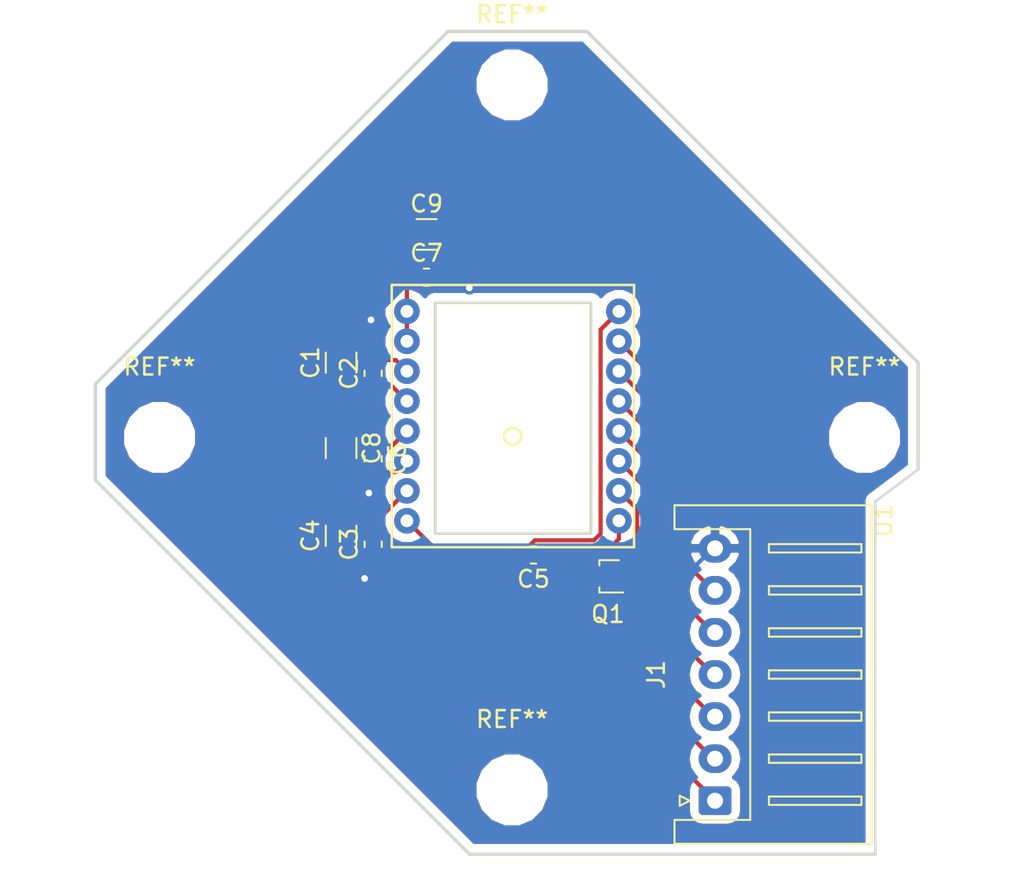
<source format=kicad_pcb>
(kicad_pcb (version 20171130) (host pcbnew 5.0.1)

  (general
    (thickness 1.6)
    (drawings 13)
    (tracks 121)
    (zones 0)
    (modules 16)
    (nets 12)
  )

  (page A4)
  (layers
    (0 F.Cu signal)
    (31 B.Cu signal)
    (32 B.Adhes user)
    (33 F.Adhes user)
    (34 B.Paste user)
    (35 F.Paste user)
    (36 B.SilkS user)
    (37 F.SilkS user)
    (38 B.Mask user)
    (39 F.Mask user)
    (40 Dwgs.User user)
    (41 Cmts.User user)
    (42 Eco1.User user)
    (43 Eco2.User user)
    (44 Edge.Cuts user)
    (45 Margin user)
    (46 B.CrtYd user)
    (47 F.CrtYd user)
    (48 B.Fab user)
    (49 F.Fab user)
  )

  (setup
    (last_trace_width 0.25)
    (trace_clearance 0.2)
    (zone_clearance 0.508)
    (zone_45_only no)
    (trace_min 0.2)
    (segment_width 0.2)
    (edge_width 0.15)
    (via_size 0.8)
    (via_drill 0.4)
    (via_min_size 0.4)
    (via_min_drill 0.3)
    (uvia_size 0.3)
    (uvia_drill 0.1)
    (uvias_allowed no)
    (uvia_min_size 0.2)
    (uvia_min_drill 0.1)
    (pcb_text_width 0.3)
    (pcb_text_size 1.5 1.5)
    (mod_edge_width 0.15)
    (mod_text_size 1 1)
    (mod_text_width 0.15)
    (pad_size 1.524 1.524)
    (pad_drill 0.762)
    (pad_to_mask_clearance 0.051)
    (solder_mask_min_width 0.25)
    (aux_axis_origin 0 0)
    (visible_elements FFFFFF7F)
    (pcbplotparams
      (layerselection 0x010fc_ffffffff)
      (usegerberextensions false)
      (usegerberattributes false)
      (usegerberadvancedattributes false)
      (creategerberjobfile false)
      (excludeedgelayer true)
      (linewidth 0.100000)
      (plotframeref false)
      (viasonmask false)
      (mode 1)
      (useauxorigin false)
      (hpglpennumber 1)
      (hpglpenspeed 20)
      (hpglpendiameter 15.000000)
      (psnegative false)
      (psa4output false)
      (plotreference true)
      (plotvalue true)
      (plotinvisibletext false)
      (padsonsilk false)
      (subtractmaskfromsilk false)
      (outputformat 1)
      (mirror false)
      (drillshape 1)
      (scaleselection 1)
      (outputdirectory ""))
  )

  (net 0 "")
  (net 1 GND)
  (net 2 +3V3)
  (net 3 "Net-(C5-Pad2)")
  (net 4 "Net-(C5-Pad1)")
  (net 5 "Net-(C6-Pad1)")
  (net 6 "Net-(Q1-Pad1)")
  (net 7 "Net-(J1-Pad6)")
  (net 8 "Net-(J1-Pad5)")
  (net 9 "Net-(J1-Pad4)")
  (net 10 "Net-(J1-Pad3)")
  (net 11 "Net-(J1-Pad2)")

  (net_class Default "This is the default net class."
    (clearance 0.2)
    (trace_width 0.25)
    (via_dia 0.8)
    (via_drill 0.4)
    (uvia_dia 0.3)
    (uvia_drill 0.1)
    (add_net +3V3)
    (add_net GND)
    (add_net "Net-(C5-Pad1)")
    (add_net "Net-(C5-Pad2)")
    (add_net "Net-(C6-Pad1)")
    (add_net "Net-(J1-Pad2)")
    (add_net "Net-(J1-Pad3)")
    (add_net "Net-(J1-Pad4)")
    (add_net "Net-(J1-Pad5)")
    (add_net "Net-(J1-Pad6)")
    (add_net "Net-(Q1-Pad1)")
  )

  (module Capacitor_SMD:C_1206_3216Metric (layer F.Cu) (tedit 5B301BBE) (tstamp 5C7D84F0)
    (at -10.16 -4.445 90)
    (descr "Capacitor SMD 1206 (3216 Metric), square (rectangular) end terminal, IPC_7351 nominal, (Body size source: http://www.tortai-tech.com/upload/download/2011102023233369053.pdf), generated with kicad-footprint-generator")
    (tags capacitor)
    (path /5C731377)
    (attr smd)
    (fp_text reference C1 (at 0 -1.82 90) (layer F.SilkS)
      (effects (font (size 1 1) (thickness 0.15)))
    )
    (fp_text value 3.3uF (at 0 1.82 90) (layer F.Fab)
      (effects (font (size 1 1) (thickness 0.15)))
    )
    (fp_text user %R (at 0 0 90) (layer F.Fab)
      (effects (font (size 0.8 0.8) (thickness 0.12)))
    )
    (fp_line (start 2.28 1.12) (end -2.28 1.12) (layer F.CrtYd) (width 0.05))
    (fp_line (start 2.28 -1.12) (end 2.28 1.12) (layer F.CrtYd) (width 0.05))
    (fp_line (start -2.28 -1.12) (end 2.28 -1.12) (layer F.CrtYd) (width 0.05))
    (fp_line (start -2.28 1.12) (end -2.28 -1.12) (layer F.CrtYd) (width 0.05))
    (fp_line (start -0.602064 0.91) (end 0.602064 0.91) (layer F.SilkS) (width 0.12))
    (fp_line (start -0.602064 -0.91) (end 0.602064 -0.91) (layer F.SilkS) (width 0.12))
    (fp_line (start 1.6 0.8) (end -1.6 0.8) (layer F.Fab) (width 0.1))
    (fp_line (start 1.6 -0.8) (end 1.6 0.8) (layer F.Fab) (width 0.1))
    (fp_line (start -1.6 -0.8) (end 1.6 -0.8) (layer F.Fab) (width 0.1))
    (fp_line (start -1.6 0.8) (end -1.6 -0.8) (layer F.Fab) (width 0.1))
    (pad 2 smd roundrect (at 1.4 0 90) (size 1.25 1.75) (layers F.Cu F.Paste F.Mask) (roundrect_rratio 0.2)
      (net 1 GND))
    (pad 1 smd roundrect (at -1.4 0 90) (size 1.25 1.75) (layers F.Cu F.Paste F.Mask) (roundrect_rratio 0.2)
      (net 2 +3V3))
    (model ${KISYS3DMOD}/Capacitor_SMD.3dshapes/C_1206_3216Metric.wrl
      (at (xyz 0 0 0))
      (scale (xyz 1 1 1))
      (rotate (xyz 0 0 0))
    )
  )

  (module Capacitor_SMD:C_0603_1608Metric (layer F.Cu) (tedit 5B301BBE) (tstamp 5C7D8501)
    (at -8.255 -3.81 90)
    (descr "Capacitor SMD 0603 (1608 Metric), square (rectangular) end terminal, IPC_7351 nominal, (Body size source: http://www.tortai-tech.com/upload/download/2011102023233369053.pdf), generated with kicad-footprint-generator")
    (tags capacitor)
    (path /5C715841)
    (attr smd)
    (fp_text reference C2 (at 0 -1.43 90) (layer F.SilkS)
      (effects (font (size 1 1) (thickness 0.15)))
    )
    (fp_text value 100nF (at 0 1.43 90) (layer F.Fab)
      (effects (font (size 1 1) (thickness 0.15)))
    )
    (fp_text user %R (at 0 0 90) (layer F.Fab)
      (effects (font (size 0.4 0.4) (thickness 0.06)))
    )
    (fp_line (start 1.48 0.73) (end -1.48 0.73) (layer F.CrtYd) (width 0.05))
    (fp_line (start 1.48 -0.73) (end 1.48 0.73) (layer F.CrtYd) (width 0.05))
    (fp_line (start -1.48 -0.73) (end 1.48 -0.73) (layer F.CrtYd) (width 0.05))
    (fp_line (start -1.48 0.73) (end -1.48 -0.73) (layer F.CrtYd) (width 0.05))
    (fp_line (start -0.162779 0.51) (end 0.162779 0.51) (layer F.SilkS) (width 0.12))
    (fp_line (start -0.162779 -0.51) (end 0.162779 -0.51) (layer F.SilkS) (width 0.12))
    (fp_line (start 0.8 0.4) (end -0.8 0.4) (layer F.Fab) (width 0.1))
    (fp_line (start 0.8 -0.4) (end 0.8 0.4) (layer F.Fab) (width 0.1))
    (fp_line (start -0.8 -0.4) (end 0.8 -0.4) (layer F.Fab) (width 0.1))
    (fp_line (start -0.8 0.4) (end -0.8 -0.4) (layer F.Fab) (width 0.1))
    (pad 2 smd roundrect (at 0.7875 0 90) (size 0.875 0.95) (layers F.Cu F.Paste F.Mask) (roundrect_rratio 0.25)
      (net 1 GND))
    (pad 1 smd roundrect (at -0.7875 0 90) (size 0.875 0.95) (layers F.Cu F.Paste F.Mask) (roundrect_rratio 0.25)
      (net 2 +3V3))
    (model ${KISYS3DMOD}/Capacitor_SMD.3dshapes/C_0603_1608Metric.wrl
      (at (xyz 0 0 0))
      (scale (xyz 1 1 1))
      (rotate (xyz 0 0 0))
    )
  )

  (module Capacitor_SMD:C_0603_1608Metric (layer F.Cu) (tedit 5B301BBE) (tstamp 5C7D8512)
    (at -8.255 6.35 90)
    (descr "Capacitor SMD 0603 (1608 Metric), square (rectangular) end terminal, IPC_7351 nominal, (Body size source: http://www.tortai-tech.com/upload/download/2011102023233369053.pdf), generated with kicad-footprint-generator")
    (tags capacitor)
    (path /5C71FA22)
    (attr smd)
    (fp_text reference C3 (at 0 -1.43 90) (layer F.SilkS)
      (effects (font (size 1 1) (thickness 0.15)))
    )
    (fp_text value 100nF (at 0 1.43 90) (layer F.Fab)
      (effects (font (size 1 1) (thickness 0.15)))
    )
    (fp_line (start -0.8 0.4) (end -0.8 -0.4) (layer F.Fab) (width 0.1))
    (fp_line (start -0.8 -0.4) (end 0.8 -0.4) (layer F.Fab) (width 0.1))
    (fp_line (start 0.8 -0.4) (end 0.8 0.4) (layer F.Fab) (width 0.1))
    (fp_line (start 0.8 0.4) (end -0.8 0.4) (layer F.Fab) (width 0.1))
    (fp_line (start -0.162779 -0.51) (end 0.162779 -0.51) (layer F.SilkS) (width 0.12))
    (fp_line (start -0.162779 0.51) (end 0.162779 0.51) (layer F.SilkS) (width 0.12))
    (fp_line (start -1.48 0.73) (end -1.48 -0.73) (layer F.CrtYd) (width 0.05))
    (fp_line (start -1.48 -0.73) (end 1.48 -0.73) (layer F.CrtYd) (width 0.05))
    (fp_line (start 1.48 -0.73) (end 1.48 0.73) (layer F.CrtYd) (width 0.05))
    (fp_line (start 1.48 0.73) (end -1.48 0.73) (layer F.CrtYd) (width 0.05))
    (fp_text user %R (at 0 0 90) (layer F.Fab)
      (effects (font (size 0.4 0.4) (thickness 0.06)))
    )
    (pad 1 smd roundrect (at -0.7875 0 90) (size 0.875 0.95) (layers F.Cu F.Paste F.Mask) (roundrect_rratio 0.25)
      (net 1 GND))
    (pad 2 smd roundrect (at 0.7875 0 90) (size 0.875 0.95) (layers F.Cu F.Paste F.Mask) (roundrect_rratio 0.25)
      (net 2 +3V3))
    (model ${KISYS3DMOD}/Capacitor_SMD.3dshapes/C_0603_1608Metric.wrl
      (at (xyz 0 0 0))
      (scale (xyz 1 1 1))
      (rotate (xyz 0 0 0))
    )
  )

  (module Capacitor_SMD:C_1206_3216Metric (layer F.Cu) (tedit 5B301BBE) (tstamp 5C7D8523)
    (at -10.16 5.845 90)
    (descr "Capacitor SMD 1206 (3216 Metric), square (rectangular) end terminal, IPC_7351 nominal, (Body size source: http://www.tortai-tech.com/upload/download/2011102023233369053.pdf), generated with kicad-footprint-generator")
    (tags capacitor)
    (path /5C7185B4)
    (attr smd)
    (fp_text reference C4 (at 0 -1.82 90) (layer F.SilkS)
      (effects (font (size 1 1) (thickness 0.15)))
    )
    (fp_text value 10uF (at 0 1.82 90) (layer F.Fab)
      (effects (font (size 1 1) (thickness 0.15)))
    )
    (fp_line (start -1.6 0.8) (end -1.6 -0.8) (layer F.Fab) (width 0.1))
    (fp_line (start -1.6 -0.8) (end 1.6 -0.8) (layer F.Fab) (width 0.1))
    (fp_line (start 1.6 -0.8) (end 1.6 0.8) (layer F.Fab) (width 0.1))
    (fp_line (start 1.6 0.8) (end -1.6 0.8) (layer F.Fab) (width 0.1))
    (fp_line (start -0.602064 -0.91) (end 0.602064 -0.91) (layer F.SilkS) (width 0.12))
    (fp_line (start -0.602064 0.91) (end 0.602064 0.91) (layer F.SilkS) (width 0.12))
    (fp_line (start -2.28 1.12) (end -2.28 -1.12) (layer F.CrtYd) (width 0.05))
    (fp_line (start -2.28 -1.12) (end 2.28 -1.12) (layer F.CrtYd) (width 0.05))
    (fp_line (start 2.28 -1.12) (end 2.28 1.12) (layer F.CrtYd) (width 0.05))
    (fp_line (start 2.28 1.12) (end -2.28 1.12) (layer F.CrtYd) (width 0.05))
    (fp_text user %R (at 0 0 90) (layer F.Fab)
      (effects (font (size 0.8 0.8) (thickness 0.12)))
    )
    (pad 1 smd roundrect (at -1.4 0 90) (size 1.25 1.75) (layers F.Cu F.Paste F.Mask) (roundrect_rratio 0.2)
      (net 1 GND))
    (pad 2 smd roundrect (at 1.4 0 90) (size 1.25 1.75) (layers F.Cu F.Paste F.Mask) (roundrect_rratio 0.2)
      (net 2 +3V3))
    (model ${KISYS3DMOD}/Capacitor_SMD.3dshapes/C_1206_3216Metric.wrl
      (at (xyz 0 0 0))
      (scale (xyz 1 1 1))
      (rotate (xyz 0 0 0))
    )
  )

  (module Capacitor_SMD:C_0603_1608Metric (layer F.Cu) (tedit 5B301BBE) (tstamp 5C7D8534)
    (at 1.27 6.985 180)
    (descr "Capacitor SMD 0603 (1608 Metric), square (rectangular) end terminal, IPC_7351 nominal, (Body size source: http://www.tortai-tech.com/upload/download/2011102023233369053.pdf), generated with kicad-footprint-generator")
    (tags capacitor)
    (path /5C713A0B)
    (attr smd)
    (fp_text reference C5 (at 0 -1.43 180) (layer F.SilkS)
      (effects (font (size 1 1) (thickness 0.15)))
    )
    (fp_text value 470pF (at 0 1.43 180) (layer F.Fab)
      (effects (font (size 1 1) (thickness 0.15)))
    )
    (fp_text user %R (at 0 0 180) (layer F.Fab)
      (effects (font (size 0.4 0.4) (thickness 0.06)))
    )
    (fp_line (start 1.48 0.73) (end -1.48 0.73) (layer F.CrtYd) (width 0.05))
    (fp_line (start 1.48 -0.73) (end 1.48 0.73) (layer F.CrtYd) (width 0.05))
    (fp_line (start -1.48 -0.73) (end 1.48 -0.73) (layer F.CrtYd) (width 0.05))
    (fp_line (start -1.48 0.73) (end -1.48 -0.73) (layer F.CrtYd) (width 0.05))
    (fp_line (start -0.162779 0.51) (end 0.162779 0.51) (layer F.SilkS) (width 0.12))
    (fp_line (start -0.162779 -0.51) (end 0.162779 -0.51) (layer F.SilkS) (width 0.12))
    (fp_line (start 0.8 0.4) (end -0.8 0.4) (layer F.Fab) (width 0.1))
    (fp_line (start 0.8 -0.4) (end 0.8 0.4) (layer F.Fab) (width 0.1))
    (fp_line (start -0.8 -0.4) (end 0.8 -0.4) (layer F.Fab) (width 0.1))
    (fp_line (start -0.8 0.4) (end -0.8 -0.4) (layer F.Fab) (width 0.1))
    (pad 2 smd roundrect (at 0.7875 0 180) (size 0.875 0.95) (layers F.Cu F.Paste F.Mask) (roundrect_rratio 0.25)
      (net 3 "Net-(C5-Pad2)"))
    (pad 1 smd roundrect (at -0.7875 0 180) (size 0.875 0.95) (layers F.Cu F.Paste F.Mask) (roundrect_rratio 0.25)
      (net 4 "Net-(C5-Pad1)"))
    (model ${KISYS3DMOD}/Capacitor_SMD.3dshapes/C_0603_1608Metric.wrl
      (at (xyz 0 0 0))
      (scale (xyz 1 1 1))
      (rotate (xyz 0 0 0))
    )
  )

  (module Capacitor_SMD:C_0603_1608Metric (layer F.Cu) (tedit 5B301BBE) (tstamp 5C7D8545)
    (at -8.255 1.27 270)
    (descr "Capacitor SMD 0603 (1608 Metric), square (rectangular) end terminal, IPC_7351 nominal, (Body size source: http://www.tortai-tech.com/upload/download/2011102023233369053.pdf), generated with kicad-footprint-generator")
    (tags capacitor)
    (path /5C715510)
    (attr smd)
    (fp_text reference C6 (at 0 -1.43 270) (layer F.SilkS)
      (effects (font (size 1 1) (thickness 0.15)))
    )
    (fp_text value 100uF (at 0 1.43 270) (layer F.Fab)
      (effects (font (size 1 1) (thickness 0.15)))
    )
    (fp_line (start -0.8 0.4) (end -0.8 -0.4) (layer F.Fab) (width 0.1))
    (fp_line (start -0.8 -0.4) (end 0.8 -0.4) (layer F.Fab) (width 0.1))
    (fp_line (start 0.8 -0.4) (end 0.8 0.4) (layer F.Fab) (width 0.1))
    (fp_line (start 0.8 0.4) (end -0.8 0.4) (layer F.Fab) (width 0.1))
    (fp_line (start -0.162779 -0.51) (end 0.162779 -0.51) (layer F.SilkS) (width 0.12))
    (fp_line (start -0.162779 0.51) (end 0.162779 0.51) (layer F.SilkS) (width 0.12))
    (fp_line (start -1.48 0.73) (end -1.48 -0.73) (layer F.CrtYd) (width 0.05))
    (fp_line (start -1.48 -0.73) (end 1.48 -0.73) (layer F.CrtYd) (width 0.05))
    (fp_line (start 1.48 -0.73) (end 1.48 0.73) (layer F.CrtYd) (width 0.05))
    (fp_line (start 1.48 0.73) (end -1.48 0.73) (layer F.CrtYd) (width 0.05))
    (fp_text user %R (at 0 0 270) (layer F.Fab)
      (effects (font (size 0.4 0.4) (thickness 0.06)))
    )
    (pad 1 smd roundrect (at -0.7875 0 270) (size 0.875 0.95) (layers F.Cu F.Paste F.Mask) (roundrect_rratio 0.25)
      (net 5 "Net-(C6-Pad1)"))
    (pad 2 smd roundrect (at 0.7875 0 270) (size 0.875 0.95) (layers F.Cu F.Paste F.Mask) (roundrect_rratio 0.25)
      (net 1 GND))
    (model ${KISYS3DMOD}/Capacitor_SMD.3dshapes/C_0603_1608Metric.wrl
      (at (xyz 0 0 0))
      (scale (xyz 1 1 1))
      (rotate (xyz 0 0 0))
    )
  )

  (module Capacitor_SMD:C_0603_1608Metric (layer F.Cu) (tedit 5B301BBE) (tstamp 5C7D8556)
    (at -5.08 -9.525)
    (descr "Capacitor SMD 0603 (1608 Metric), square (rectangular) end terminal, IPC_7351 nominal, (Body size source: http://www.tortai-tech.com/upload/download/2011102023233369053.pdf), generated with kicad-footprint-generator")
    (tags capacitor)
    (path /5C713707)
    (attr smd)
    (fp_text reference C7 (at 0 -1.43) (layer F.SilkS)
      (effects (font (size 1 1) (thickness 0.15)))
    )
    (fp_text value 100nF (at 0 1.43) (layer F.Fab)
      (effects (font (size 1 1) (thickness 0.15)))
    )
    (fp_line (start -0.8 0.4) (end -0.8 -0.4) (layer F.Fab) (width 0.1))
    (fp_line (start -0.8 -0.4) (end 0.8 -0.4) (layer F.Fab) (width 0.1))
    (fp_line (start 0.8 -0.4) (end 0.8 0.4) (layer F.Fab) (width 0.1))
    (fp_line (start 0.8 0.4) (end -0.8 0.4) (layer F.Fab) (width 0.1))
    (fp_line (start -0.162779 -0.51) (end 0.162779 -0.51) (layer F.SilkS) (width 0.12))
    (fp_line (start -0.162779 0.51) (end 0.162779 0.51) (layer F.SilkS) (width 0.12))
    (fp_line (start -1.48 0.73) (end -1.48 -0.73) (layer F.CrtYd) (width 0.05))
    (fp_line (start -1.48 -0.73) (end 1.48 -0.73) (layer F.CrtYd) (width 0.05))
    (fp_line (start 1.48 -0.73) (end 1.48 0.73) (layer F.CrtYd) (width 0.05))
    (fp_line (start 1.48 0.73) (end -1.48 0.73) (layer F.CrtYd) (width 0.05))
    (fp_text user %R (at 0 0) (layer F.Fab)
      (effects (font (size 0.4 0.4) (thickness 0.06)))
    )
    (pad 1 smd roundrect (at -0.7875 0) (size 0.875 0.95) (layers F.Cu F.Paste F.Mask) (roundrect_rratio 0.25)
      (net 2 +3V3))
    (pad 2 smd roundrect (at 0.7875 0) (size 0.875 0.95) (layers F.Cu F.Paste F.Mask) (roundrect_rratio 0.25)
      (net 1 GND))
    (model ${KISYS3DMOD}/Capacitor_SMD.3dshapes/C_0603_1608Metric.wrl
      (at (xyz 0 0 0))
      (scale (xyz 1 1 1))
      (rotate (xyz 0 0 0))
    )
  )

  (module Capacitor_SMD:C_1206_3216Metric (layer F.Cu) (tedit 5B301BBE) (tstamp 5C7D8567)
    (at -10.16 0.635 270)
    (descr "Capacitor SMD 1206 (3216 Metric), square (rectangular) end terminal, IPC_7351 nominal, (Body size source: http://www.tortai-tech.com/upload/download/2011102023233369053.pdf), generated with kicad-footprint-generator")
    (tags capacitor)
    (path /5C715659)
    (attr smd)
    (fp_text reference C8 (at 0 -1.82 270) (layer F.SilkS)
      (effects (font (size 1 1) (thickness 0.15)))
    )
    (fp_text value 10uF (at 0 1.82 270) (layer F.Fab)
      (effects (font (size 1 1) (thickness 0.15)))
    )
    (fp_text user %R (at 0 0 270) (layer F.Fab)
      (effects (font (size 0.8 0.8) (thickness 0.12)))
    )
    (fp_line (start 2.28 1.12) (end -2.28 1.12) (layer F.CrtYd) (width 0.05))
    (fp_line (start 2.28 -1.12) (end 2.28 1.12) (layer F.CrtYd) (width 0.05))
    (fp_line (start -2.28 -1.12) (end 2.28 -1.12) (layer F.CrtYd) (width 0.05))
    (fp_line (start -2.28 1.12) (end -2.28 -1.12) (layer F.CrtYd) (width 0.05))
    (fp_line (start -0.602064 0.91) (end 0.602064 0.91) (layer F.SilkS) (width 0.12))
    (fp_line (start -0.602064 -0.91) (end 0.602064 -0.91) (layer F.SilkS) (width 0.12))
    (fp_line (start 1.6 0.8) (end -1.6 0.8) (layer F.Fab) (width 0.1))
    (fp_line (start 1.6 -0.8) (end 1.6 0.8) (layer F.Fab) (width 0.1))
    (fp_line (start -1.6 -0.8) (end 1.6 -0.8) (layer F.Fab) (width 0.1))
    (fp_line (start -1.6 0.8) (end -1.6 -0.8) (layer F.Fab) (width 0.1))
    (pad 2 smd roundrect (at 1.4 0 270) (size 1.25 1.75) (layers F.Cu F.Paste F.Mask) (roundrect_rratio 0.2)
      (net 1 GND))
    (pad 1 smd roundrect (at -1.4 0 270) (size 1.25 1.75) (layers F.Cu F.Paste F.Mask) (roundrect_rratio 0.2)
      (net 5 "Net-(C6-Pad1)"))
    (model ${KISYS3DMOD}/Capacitor_SMD.3dshapes/C_1206_3216Metric.wrl
      (at (xyz 0 0 0))
      (scale (xyz 1 1 1))
      (rotate (xyz 0 0 0))
    )
  )

  (module Capacitor_SMD:C_1206_3216Metric (layer F.Cu) (tedit 5B301BBE) (tstamp 5C7D8578)
    (at -5.08 -12.065)
    (descr "Capacitor SMD 1206 (3216 Metric), square (rectangular) end terminal, IPC_7351 nominal, (Body size source: http://www.tortai-tech.com/upload/download/2011102023233369053.pdf), generated with kicad-footprint-generator")
    (tags capacitor)
    (path /5C713785)
    (attr smd)
    (fp_text reference C9 (at 0 -1.82) (layer F.SilkS)
      (effects (font (size 1 1) (thickness 0.15)))
    )
    (fp_text value 1uF (at 0 1.82) (layer F.Fab)
      (effects (font (size 1 1) (thickness 0.15)))
    )
    (fp_line (start -1.6 0.8) (end -1.6 -0.8) (layer F.Fab) (width 0.1))
    (fp_line (start -1.6 -0.8) (end 1.6 -0.8) (layer F.Fab) (width 0.1))
    (fp_line (start 1.6 -0.8) (end 1.6 0.8) (layer F.Fab) (width 0.1))
    (fp_line (start 1.6 0.8) (end -1.6 0.8) (layer F.Fab) (width 0.1))
    (fp_line (start -0.602064 -0.91) (end 0.602064 -0.91) (layer F.SilkS) (width 0.12))
    (fp_line (start -0.602064 0.91) (end 0.602064 0.91) (layer F.SilkS) (width 0.12))
    (fp_line (start -2.28 1.12) (end -2.28 -1.12) (layer F.CrtYd) (width 0.05))
    (fp_line (start -2.28 -1.12) (end 2.28 -1.12) (layer F.CrtYd) (width 0.05))
    (fp_line (start 2.28 -1.12) (end 2.28 1.12) (layer F.CrtYd) (width 0.05))
    (fp_line (start 2.28 1.12) (end -2.28 1.12) (layer F.CrtYd) (width 0.05))
    (fp_text user %R (at 0 0) (layer F.Fab)
      (effects (font (size 0.8 0.8) (thickness 0.12)))
    )
    (pad 1 smd roundrect (at -1.4 0) (size 1.25 1.75) (layers F.Cu F.Paste F.Mask) (roundrect_rratio 0.2)
      (net 2 +3V3))
    (pad 2 smd roundrect (at 1.4 0) (size 1.25 1.75) (layers F.Cu F.Paste F.Mask) (roundrect_rratio 0.2)
      (net 1 GND))
    (model ${KISYS3DMOD}/Capacitor_SMD.3dshapes/C_1206_3216Metric.wrl
      (at (xyz 0 0 0))
      (scale (xyz 1 1 1))
      (rotate (xyz 0 0 0))
    )
  )

  (module Package_TO_SOT_SMD:SOT-416 (layer F.Cu) (tedit 5BAABB2E) (tstamp 5C7D858D)
    (at 5.7 8.255 180)
    (descr "SOT-416, https://www.nxp.com/docs/en/package-information/SOT416.pdf")
    (tags SOT-416)
    (path /5C713692)
    (attr smd)
    (fp_text reference Q1 (at 0 -2.25 180) (layer F.SilkS)
      (effects (font (size 1 1) (thickness 0.15)))
    )
    (fp_text value Q_PMOS_GDS (at 0 2.25 180) (layer F.Fab)
      (effects (font (size 1 1) (thickness 0.15)))
    )
    (fp_text user %R (at 0 0 270) (layer F.Fab)
      (effects (font (size 0.35 0.35) (thickness 0.05)))
    )
    (fp_line (start -0.45 -0.6) (end -0.45 0.9) (layer F.Fab) (width 0.1))
    (fp_line (start -0.15 -0.9) (end 0.45 -0.9) (layer F.Fab) (width 0.1))
    (fp_line (start 0.45 -0.9) (end 0.45 0.9) (layer F.Fab) (width 0.1))
    (fp_line (start -0.45 0.9) (end 0.45 0.9) (layer F.Fab) (width 0.1))
    (fp_line (start 0.51 0.96) (end 0.51 0.65) (layer F.SilkS) (width 0.12))
    (fp_line (start 0.51 -0.96) (end 0.51 -0.65) (layer F.SilkS) (width 0.12))
    (fp_line (start -1.2 -1.15) (end 1.2 -1.15) (layer F.CrtYd) (width 0.05))
    (fp_line (start 1.2 -1.15) (end 1.2 1.15) (layer F.CrtYd) (width 0.05))
    (fp_line (start 1.2 1.15) (end -1.2 1.15) (layer F.CrtYd) (width 0.05))
    (fp_line (start -1.2 1.15) (end -1.2 -1.15) (layer F.CrtYd) (width 0.05))
    (fp_line (start 0.51 -0.96) (end -0.9 -0.96) (layer F.SilkS) (width 0.12))
    (fp_line (start 0.51 0.96) (end -0.65 0.96) (layer F.SilkS) (width 0.12))
    (fp_line (start -0.15 -0.9) (end -0.45 -0.6) (layer F.Fab) (width 0.1))
    (pad 1 smd rect (at -0.65 -0.5 180) (size 0.6 0.5) (layers F.Cu F.Paste F.Mask)
      (net 6 "Net-(Q1-Pad1)"))
    (pad 2 smd rect (at -0.65 0.5 180) (size 0.6 0.5) (layers F.Cu F.Paste F.Mask)
      (net 2 +3V3))
    (pad 3 smd rect (at 0.65 0 180) (size 0.6 0.5) (layers F.Cu F.Paste F.Mask)
      (net 4 "Net-(C5-Pad1)"))
    (model ${KISYS3DMOD}/Package_TO_SOT_SMD.3dshapes/SOT-416.wrl
      (at (xyz 0 0 0))
      (scale (xyz 1 1 1))
      (rotate (xyz 0 0 0))
    )
  )

  (module folivora:ADNS-9800 (layer F.Cu) (tedit 5BA74DD7) (tstamp 5C7D85AA)
    (at 6.35 4.953 90)
    (path /5C7135B9)
    (fp_text reference U1 (at 0 15.74 90) (layer F.SilkS)
      (effects (font (size 1 1) (thickness 0.15)))
    )
    (fp_text value ADNS-9800 (at 0 14.74 90) (layer F.Fab)
      (effects (font (size 1 1) (thickness 0.15)))
    )
    (fp_line (start -0.762 -1.7) (end 12.954 -1.7) (layer F.SilkS) (width 0.15))
    (fp_line (start -0.762 -10.9) (end 12.954 -10.9) (layer F.SilkS) (width 0.15))
    (fp_line (start -0.762 -10.9) (end -0.762 -1.7) (layer F.SilkS) (width 0.15))
    (fp_line (start 12.954 -10.9) (end 12.954 -1.7) (layer F.SilkS) (width 0.15))
    (fp_circle (center 5.02 -6.3) (end 5.528 -6.3) (layer F.SilkS) (width 0.15))
    (fp_line (start -1.57 0.9) (end -1.57 -13.5) (layer F.SilkS) (width 0.15))
    (fp_line (start -1.57 0.9) (end 14.016 0.9) (layer F.SilkS) (width 0.15))
    (fp_line (start -1.57 -13.5) (end 14.016 -13.5) (layer F.SilkS) (width 0.15))
    (fp_line (start 14.016 -13.5) (end 14.016 0.9) (layer F.SilkS) (width 0.15))
    (pad 1 thru_hole circle (at 0 0 90) (size 1.524 1.524) (drill 0.762) (layers *.Cu *.Mask)
      (net 4 "Net-(C5-Pad1)"))
    (pad 2 thru_hole circle (at 1.778 0 180) (size 1.524 1.524) (drill 0.762) (layers *.Cu *.Mask)
      (net 6 "Net-(Q1-Pad1)"))
    (pad 3 thru_hole circle (at 3.556 0 90) (size 1.524 1.524) (drill 0.762) (layers *.Cu *.Mask)
      (net 11 "Net-(J1-Pad2)"))
    (pad 4 thru_hole circle (at 5.334 0 90) (size 1.524 1.524) (drill 0.762) (layers *.Cu *.Mask)
      (net 10 "Net-(J1-Pad3)"))
    (pad 5 thru_hole circle (at 7.112 0 90) (size 1.524 1.524) (drill 0.762) (layers *.Cu *.Mask)
      (net 9 "Net-(J1-Pad4)"))
    (pad 6 thru_hole circle (at 8.89 0 90) (size 1.524 1.524) (drill 0.762) (layers *.Cu *.Mask)
      (net 8 "Net-(J1-Pad5)"))
    (pad 7 thru_hole circle (at 10.668 0 90) (size 1.524 1.524) (drill 0.762) (layers *.Cu *.Mask)
      (net 7 "Net-(J1-Pad6)"))
    (pad 8 thru_hole circle (at 12.446 0 90) (size 1.524 1.524) (drill 0.762) (layers *.Cu *.Mask)
      (net 3 "Net-(C5-Pad2)"))
    (pad 9 thru_hole circle (at 12.446 -12.6 90) (size 1.524 1.524) (drill 0.762) (layers *.Cu *.Mask)
      (net 2 +3V3))
    (pad 10 thru_hole circle (at 10.668 -12.6 90) (size 1.524 1.524) (drill 0.762) (layers *.Cu *.Mask)
      (net 2 +3V3))
    (pad 11 thru_hole circle (at 8.89 -12.6 90) (size 1.524 1.524) (drill 0.762) (layers *.Cu *.Mask)
      (net 1 GND))
    (pad 12 thru_hole circle (at 7.112 -12.6 90) (size 1.524 1.524) (drill 0.762) (layers *.Cu *.Mask)
      (net 2 +3V3))
    (pad 13 thru_hole circle (at 5.334 -12.6 90) (size 1.524 1.524) (drill 0.762) (layers *.Cu *.Mask)
      (net 5 "Net-(C6-Pad1)"))
    (pad 14 thru_hole circle (at 3.556 -12.6 90) (size 1.524 1.524) (drill 0.762) (layers *.Cu *.Mask)
      (net 1 GND))
    (pad 15 thru_hole circle (at 1.778 -12.6 90) (size 1.524 1.524) (drill 0.762) (layers *.Cu *.Mask)
      (net 2 +3V3))
    (pad 16 thru_hole circle (at 0 -12.6 90) (size 1.524 1.524) (drill 0.762) (layers *.Cu *.Mask)
      (net 3 "Net-(C5-Pad2)"))
  )

  (module Connector_JST:JST_XH_S07B-XH-A_1x07_P2.50mm_Horizontal (layer F.Cu) (tedit 5B775209) (tstamp 5C7D87B3)
    (at 12.065 21.59 90)
    (descr "JST XH series connector, S07B-XH-A (http://www.jst-mfg.com/product/pdf/eng/eXH.pdf), generated with kicad-footprint-generator")
    (tags "connector JST XH top entry")
    (path /5C735701)
    (fp_text reference J1 (at 7.5 -3.5 90) (layer F.SilkS)
      (effects (font (size 1 1) (thickness 0.15)))
    )
    (fp_text value INTERFACE (at 7.5 10.4 90) (layer F.Fab)
      (effects (font (size 1 1) (thickness 0.15)))
    )
    (fp_line (start -2.95 -2.8) (end -2.95 9.7) (layer F.CrtYd) (width 0.05))
    (fp_line (start -2.95 9.7) (end 17.95 9.7) (layer F.CrtYd) (width 0.05))
    (fp_line (start 17.95 9.7) (end 17.95 -2.8) (layer F.CrtYd) (width 0.05))
    (fp_line (start 17.95 -2.8) (end -2.95 -2.8) (layer F.CrtYd) (width 0.05))
    (fp_line (start 7.5 9.31) (end -2.56 9.31) (layer F.SilkS) (width 0.12))
    (fp_line (start -2.56 9.31) (end -2.56 -2.41) (layer F.SilkS) (width 0.12))
    (fp_line (start -2.56 -2.41) (end -1.14 -2.41) (layer F.SilkS) (width 0.12))
    (fp_line (start -1.14 -2.41) (end -1.14 2.09) (layer F.SilkS) (width 0.12))
    (fp_line (start -1.14 2.09) (end 7.5 2.09) (layer F.SilkS) (width 0.12))
    (fp_line (start 7.5 9.31) (end 17.56 9.31) (layer F.SilkS) (width 0.12))
    (fp_line (start 17.56 9.31) (end 17.56 -2.41) (layer F.SilkS) (width 0.12))
    (fp_line (start 17.56 -2.41) (end 16.14 -2.41) (layer F.SilkS) (width 0.12))
    (fp_line (start 16.14 -2.41) (end 16.14 2.09) (layer F.SilkS) (width 0.12))
    (fp_line (start 16.14 2.09) (end 7.5 2.09) (layer F.SilkS) (width 0.12))
    (fp_line (start 7.5 9.2) (end -2.45 9.2) (layer F.Fab) (width 0.1))
    (fp_line (start -2.45 9.2) (end -2.45 -2.3) (layer F.Fab) (width 0.1))
    (fp_line (start -2.45 -2.3) (end -1.25 -2.3) (layer F.Fab) (width 0.1))
    (fp_line (start -1.25 -2.3) (end -1.25 2.2) (layer F.Fab) (width 0.1))
    (fp_line (start -1.25 2.2) (end 7.5 2.2) (layer F.Fab) (width 0.1))
    (fp_line (start 7.5 9.2) (end 17.45 9.2) (layer F.Fab) (width 0.1))
    (fp_line (start 17.45 9.2) (end 17.45 -2.3) (layer F.Fab) (width 0.1))
    (fp_line (start 17.45 -2.3) (end 16.25 -2.3) (layer F.Fab) (width 0.1))
    (fp_line (start 16.25 -2.3) (end 16.25 2.2) (layer F.Fab) (width 0.1))
    (fp_line (start 16.25 2.2) (end 7.5 2.2) (layer F.Fab) (width 0.1))
    (fp_line (start -0.25 3.2) (end -0.25 8.7) (layer F.SilkS) (width 0.12))
    (fp_line (start -0.25 8.7) (end 0.25 8.7) (layer F.SilkS) (width 0.12))
    (fp_line (start 0.25 8.7) (end 0.25 3.2) (layer F.SilkS) (width 0.12))
    (fp_line (start 0.25 3.2) (end -0.25 3.2) (layer F.SilkS) (width 0.12))
    (fp_line (start 2.25 3.2) (end 2.25 8.7) (layer F.SilkS) (width 0.12))
    (fp_line (start 2.25 8.7) (end 2.75 8.7) (layer F.SilkS) (width 0.12))
    (fp_line (start 2.75 8.7) (end 2.75 3.2) (layer F.SilkS) (width 0.12))
    (fp_line (start 2.75 3.2) (end 2.25 3.2) (layer F.SilkS) (width 0.12))
    (fp_line (start 4.75 3.2) (end 4.75 8.7) (layer F.SilkS) (width 0.12))
    (fp_line (start 4.75 8.7) (end 5.25 8.7) (layer F.SilkS) (width 0.12))
    (fp_line (start 5.25 8.7) (end 5.25 3.2) (layer F.SilkS) (width 0.12))
    (fp_line (start 5.25 3.2) (end 4.75 3.2) (layer F.SilkS) (width 0.12))
    (fp_line (start 7.25 3.2) (end 7.25 8.7) (layer F.SilkS) (width 0.12))
    (fp_line (start 7.25 8.7) (end 7.75 8.7) (layer F.SilkS) (width 0.12))
    (fp_line (start 7.75 8.7) (end 7.75 3.2) (layer F.SilkS) (width 0.12))
    (fp_line (start 7.75 3.2) (end 7.25 3.2) (layer F.SilkS) (width 0.12))
    (fp_line (start 9.75 3.2) (end 9.75 8.7) (layer F.SilkS) (width 0.12))
    (fp_line (start 9.75 8.7) (end 10.25 8.7) (layer F.SilkS) (width 0.12))
    (fp_line (start 10.25 8.7) (end 10.25 3.2) (layer F.SilkS) (width 0.12))
    (fp_line (start 10.25 3.2) (end 9.75 3.2) (layer F.SilkS) (width 0.12))
    (fp_line (start 12.25 3.2) (end 12.25 8.7) (layer F.SilkS) (width 0.12))
    (fp_line (start 12.25 8.7) (end 12.75 8.7) (layer F.SilkS) (width 0.12))
    (fp_line (start 12.75 8.7) (end 12.75 3.2) (layer F.SilkS) (width 0.12))
    (fp_line (start 12.75 3.2) (end 12.25 3.2) (layer F.SilkS) (width 0.12))
    (fp_line (start 14.75 3.2) (end 14.75 8.7) (layer F.SilkS) (width 0.12))
    (fp_line (start 14.75 8.7) (end 15.25 8.7) (layer F.SilkS) (width 0.12))
    (fp_line (start 15.25 8.7) (end 15.25 3.2) (layer F.SilkS) (width 0.12))
    (fp_line (start 15.25 3.2) (end 14.75 3.2) (layer F.SilkS) (width 0.12))
    (fp_line (start 0 -1.5) (end -0.3 -2.1) (layer F.SilkS) (width 0.12))
    (fp_line (start -0.3 -2.1) (end 0.3 -2.1) (layer F.SilkS) (width 0.12))
    (fp_line (start 0.3 -2.1) (end 0 -1.5) (layer F.SilkS) (width 0.12))
    (fp_line (start -0.625 2.2) (end 0 1.2) (layer F.Fab) (width 0.1))
    (fp_line (start 0 1.2) (end 0.625 2.2) (layer F.Fab) (width 0.1))
    (fp_text user %R (at 7.5 3.45 90) (layer F.Fab)
      (effects (font (size 1 1) (thickness 0.15)))
    )
    (pad 1 thru_hole roundrect (at 0 0 90) (size 1.7 1.95) (drill 0.95) (layers *.Cu *.Mask) (roundrect_rratio 0.147059)
      (net 2 +3V3))
    (pad 2 thru_hole oval (at 2.5 0 90) (size 1.7 1.95) (drill 0.95) (layers *.Cu *.Mask)
      (net 11 "Net-(J1-Pad2)"))
    (pad 3 thru_hole oval (at 5 0 90) (size 1.7 1.95) (drill 0.95) (layers *.Cu *.Mask)
      (net 10 "Net-(J1-Pad3)"))
    (pad 4 thru_hole oval (at 7.5 0 90) (size 1.7 1.95) (drill 0.95) (layers *.Cu *.Mask)
      (net 9 "Net-(J1-Pad4)"))
    (pad 5 thru_hole oval (at 10 0 90) (size 1.7 1.95) (drill 0.95) (layers *.Cu *.Mask)
      (net 8 "Net-(J1-Pad5)"))
    (pad 6 thru_hole oval (at 12.5 0 90) (size 1.7 1.95) (drill 0.95) (layers *.Cu *.Mask)
      (net 7 "Net-(J1-Pad6)"))
    (pad 7 thru_hole oval (at 15 0 90) (size 1.7 1.95) (drill 0.95) (layers *.Cu *.Mask)
      (net 1 GND))
    (model ${KISYS3DMOD}/Connector_JST.3dshapes/JST_XH_S07B-XH-A_1x07_P2.50mm_Horizontal.wrl
      (at (xyz 0 0 0))
      (scale (xyz 1 1 1))
      (rotate (xyz 0 0 0))
    )
  )

  (module MountingHole:MountingHole_3.2mm_M3 (layer F.Cu) (tedit 56D1B4CB) (tstamp 5C714660)
    (at 20.95 0)
    (descr "Mounting Hole 3.2mm, no annular, M3")
    (tags "mounting hole 3.2mm no annular m3")
    (attr virtual)
    (fp_text reference REF** (at 0 -4.2) (layer F.SilkS)
      (effects (font (size 1 1) (thickness 0.15)))
    )
    (fp_text value MountingHole_3.2mm_M3 (at 0 4.2) (layer F.Fab)
      (effects (font (size 1 1) (thickness 0.15)))
    )
    (fp_circle (center 0 0) (end 3.45 0) (layer F.CrtYd) (width 0.05))
    (fp_circle (center 0 0) (end 3.2 0) (layer Cmts.User) (width 0.15))
    (fp_text user %R (at 0.3 0) (layer F.Fab)
      (effects (font (size 1 1) (thickness 0.15)))
    )
    (pad 1 np_thru_hole circle (at 0 0) (size 3.2 3.2) (drill 3.2) (layers *.Cu *.Mask))
  )

  (module MountingHole:MountingHole_3.2mm_M3 (layer F.Cu) (tedit 56D1B4CB) (tstamp 5C714690)
    (at 0 20.95)
    (descr "Mounting Hole 3.2mm, no annular, M3")
    (tags "mounting hole 3.2mm no annular m3")
    (attr virtual)
    (fp_text reference REF** (at 0 -4.2) (layer F.SilkS)
      (effects (font (size 1 1) (thickness 0.15)))
    )
    (fp_text value MountingHole_3.2mm_M3 (at 0 4.2) (layer F.Fab)
      (effects (font (size 1 1) (thickness 0.15)))
    )
    (fp_circle (center 0 0) (end 3.45 0) (layer F.CrtYd) (width 0.05))
    (fp_circle (center 0 0) (end 3.2 0) (layer Cmts.User) (width 0.15))
    (fp_text user %R (at 0.3 0) (layer F.Fab)
      (effects (font (size 1 1) (thickness 0.15)))
    )
    (pad 1 np_thru_hole circle (at 0 0) (size 3.2 3.2) (drill 3.2) (layers *.Cu *.Mask))
  )

  (module MountingHole:MountingHole_3.2mm_M3 (layer F.Cu) (tedit 56D1B4CB) (tstamp 5C714717)
    (at 0 -20.95)
    (descr "Mounting Hole 3.2mm, no annular, M3")
    (tags "mounting hole 3.2mm no annular m3")
    (attr virtual)
    (fp_text reference REF** (at 0 -4.2) (layer F.SilkS)
      (effects (font (size 1 1) (thickness 0.15)))
    )
    (fp_text value MountingHole_3.2mm_M3 (at 0 4.2) (layer F.Fab)
      (effects (font (size 1 1) (thickness 0.15)))
    )
    (fp_circle (center 0 0) (end 3.45 0) (layer F.CrtYd) (width 0.05))
    (fp_circle (center 0 0) (end 3.2 0) (layer Cmts.User) (width 0.15))
    (fp_text user %R (at 0.3 0) (layer F.Fab)
      (effects (font (size 1 1) (thickness 0.15)))
    )
    (pad 1 np_thru_hole circle (at 0 0) (size 3.2 3.2) (drill 3.2) (layers *.Cu *.Mask))
  )

  (module MountingHole:MountingHole_3.2mm_M3 (layer F.Cu) (tedit 56D1B4CB) (tstamp 5C714740)
    (at -20.95 0)
    (descr "Mounting Hole 3.2mm, no annular, M3")
    (tags "mounting hole 3.2mm no annular m3")
    (attr virtual)
    (fp_text reference REF** (at 0 -4.2) (layer F.SilkS)
      (effects (font (size 1 1) (thickness 0.15)))
    )
    (fp_text value MountingHole_3.2mm_M3 (at 0 4.2) (layer F.Fab)
      (effects (font (size 1 1) (thickness 0.15)))
    )
    (fp_circle (center 0 0) (end 3.45 0) (layer F.CrtYd) (width 0.05))
    (fp_circle (center 0 0) (end 3.2 0) (layer Cmts.User) (width 0.15))
    (fp_text user %R (at 0.3 0) (layer F.Fab)
      (effects (font (size 1 1) (thickness 0.15)))
    )
    (pad 1 np_thru_hole circle (at 0 0) (size 3.2 3.2) (drill 3.2) (layers *.Cu *.Mask))
  )

  (gr_line (start 21.59 3.81) (end 21.59 24.765) (layer Edge.Cuts) (width 0.15))
  (gr_line (start 21.59 3.81) (end 24.13 1.905) (layer Edge.Cuts) (width 0.15))
  (gr_line (start 24.13 -4.445) (end 24.13 1.905) (layer Edge.Cuts) (width 0.2))
  (gr_line (start 4.445 -24.13) (end 24.13 -4.445) (layer Edge.Cuts) (width 0.2))
  (gr_line (start -3.81 -24.13) (end 4.445 -24.13) (layer Edge.Cuts) (width 0.2))
  (gr_line (start -24.765 -3.175) (end -3.81 -24.13) (layer Edge.Cuts) (width 0.2))
  (gr_line (start -24.765 2.54) (end -24.765 -3.175) (layer Edge.Cuts) (width 0.2))
  (gr_line (start -2.54 24.765) (end -24.765 2.54) (layer Edge.Cuts) (width 0.2))
  (gr_line (start 21.59 24.765) (end -2.54 24.765) (layer Edge.Cuts) (width 0.2))
  (gr_line (start -4.572 -8.001) (end 4.699 -8.001) (layer Edge.Cuts) (width 0.15))
  (gr_line (start -4.572 5.715) (end -4.572 -8.001) (layer Edge.Cuts) (width 0.15))
  (gr_line (start 4.699 5.715) (end -4.572 5.715) (layer Edge.Cuts) (width 0.15))
  (gr_line (start 4.699 -8.001) (end 4.699 5.715) (layer Edge.Cuts) (width 0.15))

  (segment (start -10.1375 2.0575) (end -10.16 2.035) (width 0.25) (layer F.Cu) (net 1))
  (segment (start -8.255 2.0575) (end -10.1375 2.0575) (width 0.25) (layer F.Cu) (net 1))
  (segment (start -10.0525 7.1375) (end -10.16 7.245) (width 0.25) (layer F.Cu) (net 1))
  (segment (start -8.255 7.1375) (end -10.0525 7.1375) (width 0.25) (layer F.Cu) (net 1))
  (segment (start -9.5025 -5.845) (end -8.255 -4.5975) (width 0.25) (layer F.Cu) (net 1))
  (segment (start -10.16 -5.845) (end -9.5025 -5.845) (width 0.25) (layer F.Cu) (net 1))
  (segment (start -3.68 -10.1375) (end -4.2925 -9.525) (width 0.25) (layer F.Cu) (net 1))
  (segment (start -6.9105 -4.5975) (end -6.25 -3.937) (width 0.25) (layer F.Cu) (net 1))
  (segment (start -8.255 -4.5975) (end -6.9105 -4.5975) (width 0.25) (layer F.Cu) (net 1))
  (segment (start -6.9105 2.0575) (end -6.25 1.397) (width 0.25) (layer F.Cu) (net 1))
  (segment (start -8.255 2.0575) (end -6.9105 2.0575) (width 0.25) (layer F.Cu) (net 1))
  (via (at -8.382 -6.985) (size 0.8) (drill 0.4) (layers F.Cu B.Cu) (net 1))
  (segment (start -9.02 -6.985) (end -10.16 -5.845) (width 0.25) (layer F.Cu) (net 1))
  (segment (start -8.382 -6.985) (end -9.02 -6.985) (width 0.25) (layer F.Cu) (net 1))
  (via (at -8.509 3.302) (size 0.8) (drill 0.4) (layers F.Cu B.Cu) (net 1))
  (segment (start -8.382 -6.985) (end -8.382 3.175) (width 0.25) (layer B.Cu) (net 1))
  (segment (start -8.382 3.175) (end -8.509 3.302) (width 0.25) (layer B.Cu) (net 1))
  (segment (start -8.893 3.302) (end -10.16 2.035) (width 0.25) (layer F.Cu) (net 1))
  (segment (start -8.509 3.302) (end -8.893 3.302) (width 0.25) (layer F.Cu) (net 1))
  (segment (start -8.509 3.302) (end -8.509 8.128) (width 0.25) (layer B.Cu) (net 1))
  (via (at -8.763 8.382) (size 0.8) (drill 0.4) (layers F.Cu B.Cu) (net 1))
  (segment (start -8.509 8.128) (end -8.763 8.382) (width 0.25) (layer B.Cu) (net 1))
  (segment (start -9.023 8.382) (end -10.16 7.245) (width 0.25) (layer F.Cu) (net 1))
  (segment (start -8.763 8.382) (end -9.023 8.382) (width 0.25) (layer F.Cu) (net 1))
  (via (at -2.54 -8.89) (size 0.8) (drill 0.4) (layers F.Cu B.Cu) (net 1))
  (segment (start -8.382 -6.985) (end -6.477 -8.89) (width 0.25) (layer B.Cu) (net 1))
  (segment (start -6.477 -8.89) (end -2.54 -8.89) (width 0.25) (layer B.Cu) (net 1))
  (segment (start -3.68 -10.03) (end -3.68 -10.16) (width 0.25) (layer F.Cu) (net 1))
  (segment (start -2.54 -8.89) (end -3.68 -10.03) (width 0.25) (layer F.Cu) (net 1))
  (segment (start -3.68 -12.065) (end -3.68 -10.16) (width 0.25) (layer F.Cu) (net 1))
  (segment (start -3.68 -10.16) (end -3.68 -10.1375) (width 0.25) (layer F.Cu) (net 1))
  (segment (start 11.94 6.59) (end 12.065 6.59) (width 0.25) (layer B.Cu) (net 1))
  (segment (start 10.84 7.69) (end 11.94 6.59) (width 0.25) (layer B.Cu) (net 1))
  (segment (start 10.84 7.815) (end 10.84 7.69) (width 0.25) (layer B.Cu) (net 1))
  (segment (start 10.273 8.382) (end 10.84 7.815) (width 0.25) (layer B.Cu) (net 1))
  (segment (start -8.763 8.382) (end 10.273 8.382) (width 0.25) (layer B.Cu) (net 1))
  (segment (start -9.3725 4.445) (end -8.255 5.5625) (width 0.25) (layer F.Cu) (net 2))
  (segment (start -10.16 4.445) (end -9.3725 4.445) (width 0.25) (layer F.Cu) (net 2))
  (segment (start -10.1375 -3.0225) (end -10.16 -3.045) (width 0.25) (layer F.Cu) (net 2))
  (segment (start -8.255 -3.0225) (end -10.1375 -3.0225) (width 0.25) (layer F.Cu) (net 2))
  (segment (start -6.48 -10.1375) (end -5.8675 -9.525) (width 0.25) (layer F.Cu) (net 2))
  (segment (start -6.48 -12.065) (end -6.48 -10.1375) (width 0.25) (layer F.Cu) (net 2))
  (segment (start -7.1135 -3.0225) (end -6.25 -2.159) (width 0.25) (layer F.Cu) (net 2))
  (segment (start -8.255 -3.0225) (end -7.1135 -3.0225) (width 0.25) (layer F.Cu) (net 2))
  (segment (start -6.25 -5.715) (end -6.25 -7.493) (width 0.25) (layer F.Cu) (net 2))
  (segment (start -6.25 -9.1425) (end -5.8675 -9.525) (width 0.25) (layer F.Cu) (net 2))
  (segment (start -6.25 -7.493) (end -6.25 -9.1425) (width 0.25) (layer F.Cu) (net 2))
  (segment (start -11.36001 -7.18499) (end -7.17571 -11.36929) (width 0.25) (layer F.Cu) (net 2))
  (segment (start -7.17571 -11.36929) (end -6.48 -12.065) (width 0.25) (layer F.Cu) (net 2))
  (segment (start -11.36001 -4.24501) (end -11.36001 -7.18499) (width 0.25) (layer F.Cu) (net 2))
  (segment (start -10.16 -3.045) (end -11.36001 -4.24501) (width 0.25) (layer F.Cu) (net 2))
  (segment (start -10.85571 3.74929) (end -10.16 4.445) (width 0.25) (layer F.Cu) (net 2))
  (segment (start -11.36001 3.24499) (end -10.85571 3.74929) (width 0.25) (layer F.Cu) (net 2))
  (segment (start -11.36001 -1.84499) (end -11.36001 3.24499) (width 0.25) (layer F.Cu) (net 2))
  (segment (start -10.16 -3.045) (end -11.36001 -1.84499) (width 0.25) (layer F.Cu) (net 2))
  (segment (start -7.011999 3.936999) (end -6.25 3.175) (width 0.25) (layer F.Cu) (net 2))
  (segment (start -7.793388 5.100888) (end -7.793388 4.718388) (width 0.25) (layer F.Cu) (net 2))
  (segment (start -7.793388 4.718388) (end -7.011999 3.936999) (width 0.25) (layer F.Cu) (net 2))
  (segment (start -8.255 5.5625) (end -7.793388 5.100888) (width 0.25) (layer F.Cu) (net 2))
  (segment (start 5.675001 8.379999) (end 5.675001 8.765001) (width 0.25) (layer F.Cu) (net 2))
  (segment (start 5.675001 8.765001) (end 5.610001 8.830001) (width 0.25) (layer F.Cu) (net 2))
  (segment (start 5.610001 8.830001) (end -8.137999 8.830001) (width 0.25) (layer F.Cu) (net 2))
  (segment (start -11.36001 5.64501) (end -10.85571 5.14071) (width 0.25) (layer F.Cu) (net 2))
  (segment (start 6.35 7.755) (end 6.3 7.755) (width 0.25) (layer F.Cu) (net 2))
  (segment (start -10.85571 5.14071) (end -10.16 4.445) (width 0.25) (layer F.Cu) (net 2))
  (segment (start 6.3 7.755) (end 5.675001 8.379999) (width 0.25) (layer F.Cu) (net 2))
  (segment (start -10.111189 9.107001) (end -11.36001 7.85818) (width 0.25) (layer F.Cu) (net 2))
  (segment (start -8.414999 9.107001) (end -10.111189 9.107001) (width 0.25) (layer F.Cu) (net 2))
  (segment (start -11.36001 7.85818) (end -11.36001 5.64501) (width 0.25) (layer F.Cu) (net 2))
  (segment (start -8.137999 8.830001) (end -8.414999 9.107001) (width 0.25) (layer F.Cu) (net 2))
  (segment (start 5.610001 15.135001) (end 12.065 21.59) (width 0.25) (layer F.Cu) (net 2))
  (segment (start 5.610001 8.830001) (end 5.610001 15.135001) (width 0.25) (layer F.Cu) (net 2))
  (segment (start -4.218 6.985) (end -6.25 4.953) (width 0.25) (layer F.Cu) (net 3))
  (segment (start 0.4825 6.985) (end -4.218 6.985) (width 0.25) (layer F.Cu) (net 3))
  (segment (start 5.262999 -6.405999) (end 5.588001 -6.731001) (width 0.25) (layer F.Cu) (net 3))
  (segment (start 5.262999 5.7167) (end 5.262999 -6.405999) (width 0.25) (layer F.Cu) (net 3))
  (segment (start 4.864689 6.11501) (end 5.262999 5.7167) (width 0.25) (layer F.Cu) (net 3))
  (segment (start 1.35249 6.11501) (end 4.864689 6.11501) (width 0.25) (layer F.Cu) (net 3))
  (segment (start 0.4825 6.985) (end 1.35249 6.11501) (width 0.25) (layer F.Cu) (net 3))
  (segment (start 5.588001 -6.731001) (end 6.35 -7.493) (width 0.25) (layer F.Cu) (net 3))
  (segment (start 4.28 6.985) (end 5.05 7.755) (width 0.25) (layer F.Cu) (net 4))
  (segment (start 5.05 7.755) (end 5.05 8.255) (width 0.25) (layer F.Cu) (net 4))
  (segment (start 2.0575 6.985) (end 4.28 6.985) (width 0.25) (layer F.Cu) (net 4))
  (segment (start 5.39563 6.985) (end 6.35 6.03063) (width 0.25) (layer F.Cu) (net 4))
  (segment (start 6.35 6.03063) (end 6.35 4.953) (width 0.25) (layer F.Cu) (net 4))
  (segment (start 4.28 6.985) (end 5.39563 6.985) (width 0.25) (layer F.Cu) (net 4))
  (segment (start -9.5025 -0.765) (end -8.255 0.4825) (width 0.25) (layer F.Cu) (net 5))
  (segment (start -10.16 -0.765) (end -9.5025 -0.765) (width 0.25) (layer F.Cu) (net 5))
  (segment (start -7.1135 0.4825) (end -6.25 -0.381) (width 0.25) (layer F.Cu) (net 5))
  (segment (start -8.255 0.4825) (end -7.1135 0.4825) (width 0.25) (layer F.Cu) (net 5))
  (segment (start 7.111999 3.936999) (end 6.35 3.175) (width 0.25) (layer F.Cu) (net 6))
  (segment (start 7.437001 8.217999) (end 7.437001 4.262001) (width 0.25) (layer F.Cu) (net 6))
  (segment (start 6.9 8.755) (end 7.437001 8.217999) (width 0.25) (layer F.Cu) (net 6))
  (segment (start 7.437001 4.262001) (end 7.111999 3.936999) (width 0.25) (layer F.Cu) (net 6))
  (segment (start 6.35 8.755) (end 6.9 8.755) (width 0.25) (layer F.Cu) (net 6))
  (segment (start 11.94 9.09) (end 10.16 7.31) (width 0.25) (layer F.Cu) (net 7))
  (segment (start 12.065 9.09) (end 11.94 9.09) (width 0.25) (layer F.Cu) (net 7))
  (segment (start 10.16 -1.905) (end 6.35 -5.715) (width 0.25) (layer F.Cu) (net 7))
  (segment (start 10.16 7.31) (end 10.16 -1.905) (width 0.25) (layer F.Cu) (net 7))
  (segment (start 11.94 11.59) (end 9.525 9.175) (width 0.25) (layer F.Cu) (net 8))
  (segment (start 12.065 11.59) (end 11.94 11.59) (width 0.25) (layer F.Cu) (net 8))
  (segment (start 9.525 -0.762) (end 6.35 -3.937) (width 0.25) (layer F.Cu) (net 8))
  (segment (start 9.525 9.175) (end 9.525 -0.762) (width 0.25) (layer F.Cu) (net 8))
  (segment (start 11.94 14.09) (end 8.89 11.04) (width 0.25) (layer F.Cu) (net 9))
  (segment (start 12.065 14.09) (end 11.94 14.09) (width 0.25) (layer F.Cu) (net 9))
  (segment (start 8.89 0.381) (end 6.35 -2.159) (width 0.25) (layer F.Cu) (net 9))
  (segment (start 8.89 11.04) (end 8.89 0.381) (width 0.25) (layer F.Cu) (net 9))
  (segment (start 8.439989 11.2264) (end 8.439989 1.708989) (width 0.25) (layer F.Cu) (net 10))
  (segment (start 12.065 16.59) (end 11.94 16.59) (width 0.25) (layer F.Cu) (net 10))
  (segment (start 11.94 16.59) (end 8.89 13.54) (width 0.25) (layer F.Cu) (net 10))
  (segment (start 8.89 13.54) (end 8.89 11.67641) (width 0.25) (layer F.Cu) (net 10))
  (segment (start 8.439989 1.708989) (end 7.111999 0.380999) (width 0.25) (layer F.Cu) (net 10))
  (segment (start 7.111999 0.380999) (end 6.35 -0.381) (width 0.25) (layer F.Cu) (net 10))
  (segment (start 8.89 11.67641) (end 8.439989 11.2264) (width 0.25) (layer F.Cu) (net 10))
  (segment (start 12.065 19.09) (end 11.94 19.09) (width 0.25) (layer F.Cu) (net 11))
  (segment (start 7.989978 3.036978) (end 7.111999 2.158999) (width 0.25) (layer F.Cu) (net 11))
  (segment (start 7.111999 2.158999) (end 6.35 1.397) (width 0.25) (layer F.Cu) (net 11))
  (segment (start 7.989978 11.4128) (end 7.989978 3.036978) (width 0.25) (layer F.Cu) (net 11))
  (segment (start 8.255 11.677822) (end 7.989978 11.4128) (width 0.25) (layer F.Cu) (net 11))
  (segment (start 8.255 15.405) (end 8.255 11.677822) (width 0.25) (layer F.Cu) (net 11))
  (segment (start 11.94 19.09) (end 8.255 15.405) (width 0.25) (layer F.Cu) (net 11))

  (zone (net 1) (net_name GND) (layer F.Cu) (tstamp 0) (hatch edge 0.508)
    (connect_pads (clearance 0.508))
    (min_thickness 0.254)
    (fill yes (arc_segments 16) (thermal_gap 0.508) (thermal_bridge_width 0.508))
    (polygon
      (pts
        (xy 24.13 24.765) (xy 24.13 -24.13) (xy -24.765 -24.13) (xy -24.765 25.4)
      )
    )
    (filled_polygon
      (pts
        (xy 23.395 -4.140553) (xy 23.395001 1.568749) (xy 21.179465 3.230402) (xy 21.078119 3.29812) (xy 21.027691 3.373591)
        (xy 20.967095 3.441173) (xy 20.949931 3.489966) (xy 20.921195 3.532973) (xy 20.903487 3.622) (xy 20.873367 3.707624)
        (xy 20.88 3.829314) (xy 20.880001 24.03) (xy -2.235553 24.03) (xy -5.760122 20.505431) (xy -2.235 20.505431)
        (xy -2.235 21.394569) (xy -1.894741 22.216026) (xy -1.266026 22.844741) (xy -0.444569 23.185) (xy 0.444569 23.185)
        (xy 1.266026 22.844741) (xy 1.894741 22.216026) (xy 2.235 21.394569) (xy 2.235 20.505431) (xy 1.894741 19.683974)
        (xy 1.266026 19.055259) (xy 0.444569 18.715) (xy -0.444569 18.715) (xy -1.266026 19.055259) (xy -1.894741 19.683974)
        (xy -2.235 20.505431) (xy -5.760122 20.505431) (xy -24.03 2.235554) (xy -24.03 -0.444569) (xy -23.185 -0.444569)
        (xy -23.185 0.444569) (xy -22.844741 1.266026) (xy -22.216026 1.894741) (xy -21.394569 2.235) (xy -20.505431 2.235)
        (xy -19.683974 1.894741) (xy -19.055259 1.266026) (xy -18.715 0.444569) (xy -18.715 -0.444569) (xy -19.055259 -1.266026)
        (xy -19.683974 -1.894741) (xy -20.505431 -2.235) (xy -21.394569 -2.235) (xy -22.216026 -1.894741) (xy -22.844741 -1.266026)
        (xy -23.185 -0.444569) (xy -24.03 -0.444569) (xy -24.03 -2.870554) (xy -19.715564 -7.18499) (xy -12.134898 -7.18499)
        (xy -12.120009 -7.110138) (xy -12.12001 -4.319857) (xy -12.134898 -4.24501) (xy -12.12001 -4.170163) (xy -12.12001 -4.170159)
        (xy -12.075914 -3.948474) (xy -11.907939 -3.697081) (xy -11.84448 -3.654679) (xy -11.670388 -3.480587) (xy -11.68244 -3.42)
        (xy -11.68244 -2.67) (xy -11.670388 -2.609413) (xy -11.84448 -2.435321) (xy -11.907939 -2.392919) (xy -12.075914 -2.141526)
        (xy -12.12001 -1.919841) (xy -12.12001 -1.919837) (xy -12.134898 -1.84499) (xy -12.12001 -1.770143) (xy -12.120009 3.170138)
        (xy -12.134898 3.24499) (xy -12.120009 3.319842) (xy -12.075913 3.541527) (xy -11.950583 3.729096) (xy -11.907938 3.792919)
        (xy -11.844483 3.835319) (xy -11.670388 4.009413) (xy -11.68244 4.07) (xy -11.68244 4.82) (xy -11.670388 4.880587)
        (xy -11.844483 5.054681) (xy -11.907938 5.097081) (xy -11.950338 5.160537) (xy -11.950339 5.160538) (xy -12.009806 5.249537)
        (xy -12.075913 5.348473) (xy -12.093715 5.437972) (xy -12.134898 5.64501) (xy -12.120009 5.719862) (xy -12.12001 7.783333)
        (xy -12.134898 7.85818) (xy -12.12001 7.933027) (xy -12.12001 7.933031) (xy -12.075914 8.154716) (xy -11.907939 8.406109)
        (xy -11.84448 8.448511) (xy -10.701518 9.591474) (xy -10.659118 9.65493) (xy -10.407726 9.822905) (xy -10.186041 9.867001)
        (xy -10.186037 9.867001) (xy -10.111189 9.881889) (xy -10.036341 9.867001) (xy -8.489846 9.867001) (xy -8.414999 9.881889)
        (xy -8.340152 9.867001) (xy -8.340147 9.867001) (xy -8.118462 9.822905) (xy -7.86707 9.65493) (xy -7.824668 9.591471)
        (xy -7.823198 9.590001) (xy 4.850001 9.590001) (xy 4.850002 15.060149) (xy 4.835113 15.135001) (xy 4.850002 15.209853)
        (xy 4.894098 15.431538) (xy 5.062073 15.68293) (xy 5.125529 15.72533) (xy 10.44256 21.042362) (xy 10.44256 22.19)
        (xy 10.510874 22.533435) (xy 10.705414 22.824586) (xy 10.996565 23.019126) (xy 11.34 23.08744) (xy 12.79 23.08744)
        (xy 13.133435 23.019126) (xy 13.424586 22.824586) (xy 13.619126 22.533435) (xy 13.68744 22.19) (xy 13.68744 20.99)
        (xy 13.619126 20.646565) (xy 13.424586 20.355414) (xy 13.196844 20.203242) (xy 13.260625 20.160625) (xy 13.588839 19.669418)
        (xy 13.704092 19.09) (xy 13.588839 18.510582) (xy 13.260625 18.019375) (xy 12.992171 17.84) (xy 13.260625 17.660625)
        (xy 13.588839 17.169418) (xy 13.704092 16.59) (xy 13.588839 16.010582) (xy 13.260625 15.519375) (xy 12.992171 15.34)
        (xy 13.260625 15.160625) (xy 13.588839 14.669418) (xy 13.704092 14.09) (xy 13.588839 13.510582) (xy 13.260625 13.019375)
        (xy 12.992171 12.84) (xy 13.260625 12.660625) (xy 13.588839 12.169418) (xy 13.704092 11.59) (xy 13.588839 11.010582)
        (xy 13.260625 10.519375) (xy 12.992171 10.34) (xy 13.260625 10.160625) (xy 13.588839 9.669418) (xy 13.704092 9.09)
        (xy 13.588839 8.510582) (xy 13.260625 8.019375) (xy 12.987313 7.836754) (xy 13.392497 7.461193) (xy 13.631476 6.94689)
        (xy 13.510155 6.717) (xy 12.192 6.717) (xy 12.192 6.737) (xy 11.938 6.737) (xy 11.938 6.717)
        (xy 11.918 6.717) (xy 11.918 6.463) (xy 11.938 6.463) (xy 11.938 5.263835) (xy 12.192 5.263835)
        (xy 12.192 6.463) (xy 13.510155 6.463) (xy 13.631476 6.23311) (xy 13.392497 5.718807) (xy 12.967571 5.324947)
        (xy 12.424267 5.12368) (xy 12.192 5.263835) (xy 11.938 5.263835) (xy 11.705733 5.12368) (xy 11.162429 5.324947)
        (xy 10.92 5.549652) (xy 10.92 -0.444569) (xy 18.715 -0.444569) (xy 18.715 0.444569) (xy 19.055259 1.266026)
        (xy 19.683974 1.894741) (xy 20.505431 2.235) (xy 21.394569 2.235) (xy 22.216026 1.894741) (xy 22.844741 1.266026)
        (xy 23.185 0.444569) (xy 23.185 -0.444569) (xy 22.844741 -1.266026) (xy 22.216026 -1.894741) (xy 21.394569 -2.235)
        (xy 20.505431 -2.235) (xy 19.683974 -1.894741) (xy 19.055259 -1.266026) (xy 18.715 -0.444569) (xy 10.92 -0.444569)
        (xy 10.92 -1.830152) (xy 10.934888 -1.905) (xy 10.92 -1.979848) (xy 10.92 -1.979852) (xy 10.875904 -2.201537)
        (xy 10.875904 -2.201538) (xy 10.750329 -2.389473) (xy 10.707929 -2.452929) (xy 10.644473 -2.495329) (xy 7.73402 -5.405782)
        (xy 7.747 -5.437119) (xy 7.747 -5.992881) (xy 7.53432 -6.506337) (xy 7.436657 -6.604) (xy 7.53432 -6.701663)
        (xy 7.747 -7.215119) (xy 7.747 -7.770881) (xy 7.53432 -8.284337) (xy 7.141337 -8.67732) (xy 6.627881 -8.89)
        (xy 6.072119 -8.89) (xy 5.558663 -8.67732) (xy 5.284318 -8.402975) (xy 5.210881 -8.512881) (xy 4.976028 -8.669805)
        (xy 4.768926 -8.711) (xy 4.768925 -8.711) (xy 4.699 -8.724909) (xy 4.629074 -8.711) (xy -3.308099 -8.711)
        (xy -3.22 -8.92369) (xy -3.22 -9.23925) (xy -3.37875 -9.398) (xy -4.1655 -9.398) (xy -4.1655 -9.378)
        (xy -4.4195 -9.378) (xy -4.4195 -9.398) (xy -4.4395 -9.398) (xy -4.4395 -9.652) (xy -4.4195 -9.652)
        (xy -4.4195 -9.672) (xy -4.1655 -9.672) (xy -4.1655 -9.652) (xy -3.37875 -9.652) (xy -3.22 -9.81075)
        (xy -3.22 -10.12631) (xy -3.316673 -10.359699) (xy -3.495302 -10.538327) (xy -3.552998 -10.562225) (xy -3.552998 -10.713748)
        (xy -3.39425 -10.555) (xy -2.928691 -10.555) (xy -2.695302 -10.651673) (xy -2.516673 -10.830301) (xy -2.42 -11.06369)
        (xy -2.42 -11.77925) (xy -2.57875 -11.938) (xy -3.553 -11.938) (xy -3.553 -11.918) (xy -3.807 -11.918)
        (xy -3.807 -11.938) (xy -4.78125 -11.938) (xy -4.94 -11.77925) (xy -4.94 -11.06369) (xy -4.843327 -10.830301)
        (xy -4.664698 -10.651673) (xy -4.624446 -10.635) (xy -4.856309 -10.635) (xy -5.089698 -10.538327) (xy -5.154969 -10.473057)
        (xy -5.317273 -10.581505) (xy -5.64875 -10.64744) (xy -5.70684 -10.64744) (xy -5.470414 -10.805414) (xy -5.275874 -11.096565)
        (xy -5.20756 -11.44) (xy -5.20756 -12.69) (xy -5.275874 -13.033435) (xy -5.29784 -13.06631) (xy -4.94 -13.06631)
        (xy -4.94 -12.35075) (xy -4.78125 -12.192) (xy -3.807 -12.192) (xy -3.807 -13.41625) (xy -3.553 -13.41625)
        (xy -3.553 -12.192) (xy -2.57875 -12.192) (xy -2.42 -12.35075) (xy -2.42 -13.06631) (xy -2.516673 -13.299699)
        (xy -2.695302 -13.478327) (xy -2.928691 -13.575) (xy -3.39425 -13.575) (xy -3.553 -13.41625) (xy -3.807 -13.41625)
        (xy -3.96575 -13.575) (xy -4.431309 -13.575) (xy -4.664698 -13.478327) (xy -4.843327 -13.299699) (xy -4.94 -13.06631)
        (xy -5.29784 -13.06631) (xy -5.470414 -13.324586) (xy -5.761565 -13.519126) (xy -6.105 -13.58744) (xy -6.855 -13.58744)
        (xy -7.198435 -13.519126) (xy -7.489586 -13.324586) (xy -7.684126 -13.033435) (xy -7.75244 -12.69) (xy -7.75244 -11.867362)
        (xy -11.844482 -7.775319) (xy -11.907938 -7.732919) (xy -11.950338 -7.669463) (xy -11.950339 -7.669462) (xy -12.075913 -7.481527)
        (xy -12.134898 -7.18499) (xy -19.715564 -7.18499) (xy -5.505985 -21.394569) (xy -2.235 -21.394569) (xy -2.235 -20.505431)
        (xy -1.894741 -19.683974) (xy -1.266026 -19.055259) (xy -0.444569 -18.715) (xy 0.444569 -18.715) (xy 1.266026 -19.055259)
        (xy 1.894741 -19.683974) (xy 2.235 -20.505431) (xy 2.235 -21.394569) (xy 1.894741 -22.216026) (xy 1.266026 -22.844741)
        (xy 0.444569 -23.185) (xy -0.444569 -23.185) (xy -1.266026 -22.844741) (xy -1.894741 -22.216026) (xy -2.235 -21.394569)
        (xy -5.505985 -21.394569) (xy -3.505553 -23.395) (xy 4.140554 -23.395)
      )
    )
    (filled_polygon
      (pts
        (xy -8.685928 8.282072) (xy -8.72833 8.345531) (xy -8.7298 8.347001) (xy -8.863975 8.347001) (xy -8.746673 8.229698)
        (xy -8.738514 8.21) (xy -8.578065 8.21)
      )
    )
    (filled_polygon
      (pts
        (xy -9.37744 5.78125) (xy -9.336912 5.985) (xy -9.87425 5.985) (xy -10.033 6.14375) (xy -10.033 7.118)
        (xy -8.80875 7.118) (xy -8.70125 7.0105) (xy -8.382 7.0105) (xy -8.382 6.9905) (xy -8.128 6.9905)
        (xy -8.128 7.0105) (xy -7.30375 7.0105) (xy -7.145 6.85175) (xy -7.145 6.573691) (xy -7.241673 6.340302)
        (xy -7.306943 6.275031) (xy -7.198495 6.112727) (xy -7.176501 6.002156) (xy -7.041337 6.13732) (xy -6.527881 6.35)
        (xy -5.972119 6.35) (xy -5.940782 6.33702) (xy -4.80833 7.469472) (xy -4.765929 7.532929) (xy -4.514537 7.700904)
        (xy -4.292852 7.745) (xy -4.292847 7.745) (xy -4.218 7.759888) (xy -4.143153 7.745) (xy -0.421396 7.745)
        (xy -0.348739 7.853739) (xy -0.067727 8.041505) (xy 0.075532 8.070001) (xy -7.376975 8.070001) (xy -7.241673 7.934698)
        (xy -7.145 7.701309) (xy -7.145 7.42325) (xy -7.30375 7.2645) (xy -8.128 7.2645) (xy -8.128 7.2845)
        (xy -8.382 7.2845) (xy -8.382 7.2645) (xy -9.20625 7.2645) (xy -9.31375 7.372) (xy -10.033 7.372)
        (xy -10.033 7.392) (xy -10.287 7.392) (xy -10.287 7.372) (xy -10.307 7.372) (xy -10.307 7.118)
        (xy -10.287 7.118) (xy -10.287 6.14375) (xy -10.44575 5.985) (xy -10.60001 5.985) (xy -10.60001 5.959811)
        (xy -10.357638 5.71744) (xy -9.535 5.71744) (xy -9.37744 5.686099)
      )
    )
    (filled_polygon
      (pts
        (xy -9.37744 0.70125) (xy -9.36277 0.775) (xy -9.87425 0.775) (xy -10.033 0.93375) (xy -10.033 1.908)
        (xy -9.22875 1.908) (xy -9.20625 1.9305) (xy -8.382 1.9305) (xy -8.382 1.9105) (xy -8.128 1.9105)
        (xy -8.128 1.9305) (xy -8.108 1.9305) (xy -8.108 2.1845) (xy -8.128 2.1845) (xy -8.128 2.97125)
        (xy -7.96925 3.13) (xy -7.65369 3.13) (xy -7.647 3.127229) (xy -7.647 3.452881) (xy -7.63402 3.484218)
        (xy -8.277859 4.128058) (xy -8.341317 4.170459) (xy -8.433812 4.308887) (xy -8.63756 4.105139) (xy -8.63756 4.07)
        (xy -8.705874 3.726565) (xy -8.900414 3.435414) (xy -9.128978 3.282693) (xy -8.925301 3.198327) (xy -8.85678 3.129805)
        (xy -8.85631 3.13) (xy -8.54075 3.13) (xy -8.382 2.97125) (xy -8.382 2.1845) (xy -8.78625 2.1845)
        (xy -8.80875 2.162) (xy -10.033 2.162) (xy -10.033 2.182) (xy -10.287 2.182) (xy -10.287 2.162)
        (xy -10.307 2.162) (xy -10.307 1.908) (xy -10.287 1.908) (xy -10.287 0.93375) (xy -10.44575 0.775)
        (xy -10.60001 0.775) (xy -10.60001 0.50744) (xy -9.535 0.50744) (xy -9.37744 0.476099)
      )
    )
    (filled_polygon
      (pts
        (xy -6.056253 1.382858) (xy -6.070395 1.397) (xy -6.056253 1.411143) (xy -6.235858 1.590748) (xy -6.25 1.576605)
        (xy -6.264143 1.590748) (xy -6.443748 1.411143) (xy -6.429605 1.397) (xy -6.443748 1.382858) (xy -6.264143 1.203253)
        (xy -6.25 1.217395) (xy -6.235858 1.203253)
      )
    )
    (filled_polygon
      (pts
        (xy -6.056253 -3.951143) (xy -6.070395 -3.937) (xy -6.056253 -3.922858) (xy -6.235858 -3.743253) (xy -6.25 -3.757395)
        (xy -6.264143 -3.743253) (xy -6.443748 -3.922858) (xy -6.429605 -3.937) (xy -6.443748 -3.951143) (xy -6.264143 -4.130748)
        (xy -6.25 -4.116605) (xy -6.235858 -4.130748)
      )
    )
    (filled_polygon
      (pts
        (xy -7.239999 -10.212352) (xy -7.254888 -10.1375) (xy -7.195903 -9.840963) (xy -7.095319 -9.690429) (xy -7.027928 -9.589571)
        (xy -6.964472 -9.547171) (xy -6.95244 -9.535139) (xy -6.95244 -9.459186) (xy -6.965903 -9.439037) (xy -7.024888 -9.1425)
        (xy -7.009999 -9.067649) (xy -7.009999 -8.6903) (xy -7.041337 -8.67732) (xy -7.43432 -8.284337) (xy -7.647 -7.770881)
        (xy -7.647 -7.215119) (xy -7.43432 -6.701663) (xy -7.336657 -6.604) (xy -7.43432 -6.506337) (xy -7.647 -5.992881)
        (xy -7.647 -5.667229) (xy -7.65369 -5.67) (xy -7.96925 -5.67) (xy -8.128 -5.51125) (xy -8.128 -4.7245)
        (xy -8.108 -4.7245) (xy -8.108 -4.4705) (xy -8.128 -4.4705) (xy -8.128 -4.4505) (xy -8.382 -4.4505)
        (xy -8.382 -4.4705) (xy -8.402 -4.4705) (xy -8.402 -4.7245) (xy -8.382 -4.7245) (xy -8.382 -5.51125)
        (xy -8.54075 -5.67) (xy -8.76075 -5.67) (xy -8.80875 -5.718) (xy -10.033 -5.718) (xy -10.033 -4.74375)
        (xy -9.87425 -4.585) (xy -9.365 -4.585) (xy -9.365 -4.470498) (xy -9.206252 -4.470498) (xy -9.365 -4.31175)
        (xy -9.365 -4.283625) (xy -9.535 -4.31744) (xy -10.357638 -4.31744) (xy -10.60001 -4.559811) (xy -10.60001 -4.585)
        (xy -10.44575 -4.585) (xy -10.287 -4.74375) (xy -10.287 -5.718) (xy -10.307 -5.718) (xy -10.307 -5.972)
        (xy -10.287 -5.972) (xy -10.287 -6.94625) (xy -10.033 -6.94625) (xy -10.033 -5.972) (xy -8.80875 -5.972)
        (xy -8.65 -6.13075) (xy -8.65 -6.596309) (xy -8.746673 -6.829698) (xy -8.925301 -7.008327) (xy -9.15869 -7.105)
        (xy -9.87425 -7.105) (xy -10.033 -6.94625) (xy -10.287 -6.94625) (xy -10.405474 -7.064724) (xy -7.239999 -10.230199)
      )
    )
  )
  (zone (net 1) (net_name GND) (layer B.Cu) (tstamp 0) (hatch edge 0.508)
    (connect_pads (clearance 0.508))
    (min_thickness 0.254)
    (fill yes (arc_segments 16) (thermal_gap 0.508) (thermal_bridge_width 0.508))
    (polygon
      (pts
        (xy -24.765 25.4) (xy 24.13 24.765) (xy 24.13 -24.13) (xy -24.765 -24.13)
      )
    )
    (filled_polygon
      (pts
        (xy 23.395 -4.140553) (xy 23.395001 1.568749) (xy 21.179465 3.230402) (xy 21.078119 3.29812) (xy 21.027691 3.373591)
        (xy 20.967095 3.441173) (xy 20.949931 3.489966) (xy 20.921195 3.532973) (xy 20.903487 3.622) (xy 20.873367 3.707624)
        (xy 20.88 3.829314) (xy 20.880001 24.03) (xy -2.235553 24.03) (xy -5.760122 20.505431) (xy -2.235 20.505431)
        (xy -2.235 21.394569) (xy -1.894741 22.216026) (xy -1.266026 22.844741) (xy -0.444569 23.185) (xy 0.444569 23.185)
        (xy 1.266026 22.844741) (xy 1.894741 22.216026) (xy 2.235 21.394569) (xy 2.235 20.505431) (xy 1.894741 19.683974)
        (xy 1.266026 19.055259) (xy 0.444569 18.715) (xy -0.444569 18.715) (xy -1.266026 19.055259) (xy -1.894741 19.683974)
        (xy -2.235 20.505431) (xy -5.760122 20.505431) (xy -17.175553 9.09) (xy 10.425908 9.09) (xy 10.541161 9.669418)
        (xy 10.869375 10.160625) (xy 11.137829 10.34) (xy 10.869375 10.519375) (xy 10.541161 11.010582) (xy 10.425908 11.59)
        (xy 10.541161 12.169418) (xy 10.869375 12.660625) (xy 11.137829 12.84) (xy 10.869375 13.019375) (xy 10.541161 13.510582)
        (xy 10.425908 14.09) (xy 10.541161 14.669418) (xy 10.869375 15.160625) (xy 11.137829 15.34) (xy 10.869375 15.519375)
        (xy 10.541161 16.010582) (xy 10.425908 16.59) (xy 10.541161 17.169418) (xy 10.869375 17.660625) (xy 11.137829 17.84)
        (xy 10.869375 18.019375) (xy 10.541161 18.510582) (xy 10.425908 19.09) (xy 10.541161 19.669418) (xy 10.869375 20.160625)
        (xy 10.933156 20.203242) (xy 10.705414 20.355414) (xy 10.510874 20.646565) (xy 10.44256 20.99) (xy 10.44256 22.19)
        (xy 10.510874 22.533435) (xy 10.705414 22.824586) (xy 10.996565 23.019126) (xy 11.34 23.08744) (xy 12.79 23.08744)
        (xy 13.133435 23.019126) (xy 13.424586 22.824586) (xy 13.619126 22.533435) (xy 13.68744 22.19) (xy 13.68744 20.99)
        (xy 13.619126 20.646565) (xy 13.424586 20.355414) (xy 13.196844 20.203242) (xy 13.260625 20.160625) (xy 13.588839 19.669418)
        (xy 13.704092 19.09) (xy 13.588839 18.510582) (xy 13.260625 18.019375) (xy 12.992171 17.84) (xy 13.260625 17.660625)
        (xy 13.588839 17.169418) (xy 13.704092 16.59) (xy 13.588839 16.010582) (xy 13.260625 15.519375) (xy 12.992171 15.34)
        (xy 13.260625 15.160625) (xy 13.588839 14.669418) (xy 13.704092 14.09) (xy 13.588839 13.510582) (xy 13.260625 13.019375)
        (xy 12.992171 12.84) (xy 13.260625 12.660625) (xy 13.588839 12.169418) (xy 13.704092 11.59) (xy 13.588839 11.010582)
        (xy 13.260625 10.519375) (xy 12.992171 10.34) (xy 13.260625 10.160625) (xy 13.588839 9.669418) (xy 13.704092 9.09)
        (xy 13.588839 8.510582) (xy 13.260625 8.019375) (xy 12.987313 7.836754) (xy 13.392497 7.461193) (xy 13.631476 6.94689)
        (xy 13.510155 6.717) (xy 12.192 6.717) (xy 12.192 6.737) (xy 11.938 6.737) (xy 11.938 6.717)
        (xy 10.619845 6.717) (xy 10.498524 6.94689) (xy 10.737503 7.461193) (xy 11.142687 7.836754) (xy 10.869375 8.019375)
        (xy 10.541161 8.510582) (xy 10.425908 9.09) (xy -17.175553 9.09) (xy -24.03 2.235554) (xy -24.03 -0.444569)
        (xy -23.185 -0.444569) (xy -23.185 0.444569) (xy -22.844741 1.266026) (xy -22.216026 1.894741) (xy -21.394569 2.235)
        (xy -20.505431 2.235) (xy -19.683974 1.894741) (xy -19.055259 1.266026) (xy -18.715 0.444569) (xy -18.715 -0.444569)
        (xy -19.055259 -1.266026) (xy -19.683974 -1.894741) (xy -20.505431 -2.235) (xy -21.394569 -2.235) (xy -22.216026 -1.894741)
        (xy -22.844741 -1.266026) (xy -23.185 -0.444569) (xy -24.03 -0.444569) (xy -24.03 -2.870554) (xy -22.755856 -4.144698)
        (xy -7.659144 -4.144698) (xy -7.631362 -3.589632) (xy -7.472397 -3.205857) (xy -7.244241 -3.140416) (xy -7.43432 -2.950337)
        (xy -7.647 -2.436881) (xy -7.647 -1.881119) (xy -7.43432 -1.367663) (xy -7.336657 -1.27) (xy -7.43432 -1.172337)
        (xy -7.647 -0.658881) (xy -7.647 -0.103119) (xy -7.43432 0.410337) (xy -7.244241 0.600416) (xy -7.472397 0.665857)
        (xy -7.659144 1.189302) (xy -7.631362 1.744368) (xy -7.472397 2.128143) (xy -7.244241 2.193584) (xy -7.43432 2.383663)
        (xy -7.647 2.897119) (xy -7.647 3.452881) (xy -7.43432 3.966337) (xy -7.336657 4.064) (xy -7.43432 4.161663)
        (xy -7.647 4.675119) (xy -7.647 5.230881) (xy -7.43432 5.744337) (xy -7.041337 6.13732) (xy -6.527881 6.35)
        (xy -5.972119 6.35) (xy -5.458663 6.13732) (xy -5.252844 5.931501) (xy -5.240805 5.992028) (xy -5.083881 6.226881)
        (xy -4.849028 6.383805) (xy -4.572 6.438909) (xy -4.502075 6.425) (xy 4.629075 6.425) (xy 4.699 6.438909)
        (xy 4.976028 6.383805) (xy 5.210881 6.226881) (xy 5.367805 5.992028) (xy 5.375365 5.954022) (xy 5.558663 6.13732)
        (xy 6.072119 6.35) (xy 6.627881 6.35) (xy 6.910079 6.23311) (xy 10.498524 6.23311) (xy 10.619845 6.463)
        (xy 11.938 6.463) (xy 11.938 5.263835) (xy 12.192 5.263835) (xy 12.192 6.463) (xy 13.510155 6.463)
        (xy 13.631476 6.23311) (xy 13.392497 5.718807) (xy 12.967571 5.324947) (xy 12.424267 5.12368) (xy 12.192 5.263835)
        (xy 11.938 5.263835) (xy 11.705733 5.12368) (xy 11.162429 5.324947) (xy 10.737503 5.718807) (xy 10.498524 6.23311)
        (xy 6.910079 6.23311) (xy 7.141337 6.13732) (xy 7.53432 5.744337) (xy 7.747 5.230881) (xy 7.747 4.675119)
        (xy 7.53432 4.161663) (xy 7.436657 4.064) (xy 7.53432 3.966337) (xy 7.747 3.452881) (xy 7.747 2.897119)
        (xy 7.53432 2.383663) (xy 7.436657 2.286) (xy 7.53432 2.188337) (xy 7.747 1.674881) (xy 7.747 1.119119)
        (xy 7.53432 0.605663) (xy 7.436657 0.508) (xy 7.53432 0.410337) (xy 7.747 -0.103119) (xy 7.747 -0.444569)
        (xy 18.715 -0.444569) (xy 18.715 0.444569) (xy 19.055259 1.266026) (xy 19.683974 1.894741) (xy 20.505431 2.235)
        (xy 21.394569 2.235) (xy 22.216026 1.894741) (xy 22.844741 1.266026) (xy 23.185 0.444569) (xy 23.185 -0.444569)
        (xy 22.844741 -1.266026) (xy 22.216026 -1.894741) (xy 21.394569 -2.235) (xy 20.505431 -2.235) (xy 19.683974 -1.894741)
        (xy 19.055259 -1.266026) (xy 18.715 -0.444569) (xy 7.747 -0.444569) (xy 7.747 -0.658881) (xy 7.53432 -1.172337)
        (xy 7.436657 -1.27) (xy 7.53432 -1.367663) (xy 7.747 -1.881119) (xy 7.747 -2.436881) (xy 7.53432 -2.950337)
        (xy 7.436657 -3.048) (xy 7.53432 -3.145663) (xy 7.747 -3.659119) (xy 7.747 -4.214881) (xy 7.53432 -4.728337)
        (xy 7.436657 -4.826) (xy 7.53432 -4.923663) (xy 7.747 -5.437119) (xy 7.747 -5.992881) (xy 7.53432 -6.506337)
        (xy 7.436657 -6.604) (xy 7.53432 -6.701663) (xy 7.747 -7.215119) (xy 7.747 -7.770881) (xy 7.53432 -8.284337)
        (xy 7.141337 -8.67732) (xy 6.627881 -8.89) (xy 6.072119 -8.89) (xy 5.558663 -8.67732) (xy 5.284318 -8.402975)
        (xy 5.210881 -8.512881) (xy 4.976028 -8.669805) (xy 4.768926 -8.711) (xy 4.768925 -8.711) (xy 4.699 -8.724909)
        (xy 4.629074 -8.711) (xy -4.502074 -8.711) (xy -4.572 -8.724909) (xy -4.641925 -8.711) (xy -4.641926 -8.711)
        (xy -4.849028 -8.669805) (xy -5.083881 -8.512881) (xy -5.168133 -8.38679) (xy -5.458663 -8.67732) (xy -5.972119 -8.89)
        (xy -6.527881 -8.89) (xy -7.041337 -8.67732) (xy -7.43432 -8.284337) (xy -7.647 -7.770881) (xy -7.647 -7.215119)
        (xy -7.43432 -6.701663) (xy -7.336657 -6.604) (xy -7.43432 -6.506337) (xy -7.647 -5.992881) (xy -7.647 -5.437119)
        (xy -7.43432 -4.923663) (xy -7.244241 -4.733584) (xy -7.472397 -4.668143) (xy -7.659144 -4.144698) (xy -22.755856 -4.144698)
        (xy -5.505985 -21.394569) (xy -2.235 -21.394569) (xy -2.235 -20.505431) (xy -1.894741 -19.683974) (xy -1.266026 -19.055259)
        (xy -0.444569 -18.715) (xy 0.444569 -18.715) (xy 1.266026 -19.055259) (xy 1.894741 -19.683974) (xy 2.235 -20.505431)
        (xy 2.235 -21.394569) (xy 1.894741 -22.216026) (xy 1.266026 -22.844741) (xy 0.444569 -23.185) (xy -0.444569 -23.185)
        (xy -1.266026 -22.844741) (xy -1.894741 -22.216026) (xy -2.235 -21.394569) (xy -5.505985 -21.394569) (xy -3.505553 -23.395)
        (xy 4.140554 -23.395)
      )
    )
    (filled_polygon
      (pts
        (xy -6.056253 1.382858) (xy -6.070395 1.397) (xy -6.056253 1.411143) (xy -6.235858 1.590748) (xy -6.25 1.576605)
        (xy -6.264143 1.590748) (xy -6.443748 1.411143) (xy -6.429605 1.397) (xy -6.443748 1.382858) (xy -6.264143 1.203253)
        (xy -6.25 1.217395) (xy -6.235858 1.203253)
      )
    )
    (filled_polygon
      (pts
        (xy -6.056253 -3.951143) (xy -6.070395 -3.937) (xy -6.056253 -3.922858) (xy -6.235858 -3.743253) (xy -6.25 -3.757395)
        (xy -6.264143 -3.743253) (xy -6.443748 -3.922858) (xy -6.429605 -3.937) (xy -6.443748 -3.951143) (xy -6.264143 -4.130748)
        (xy -6.25 -4.116605) (xy -6.235858 -4.130748)
      )
    )
  )
)

</source>
